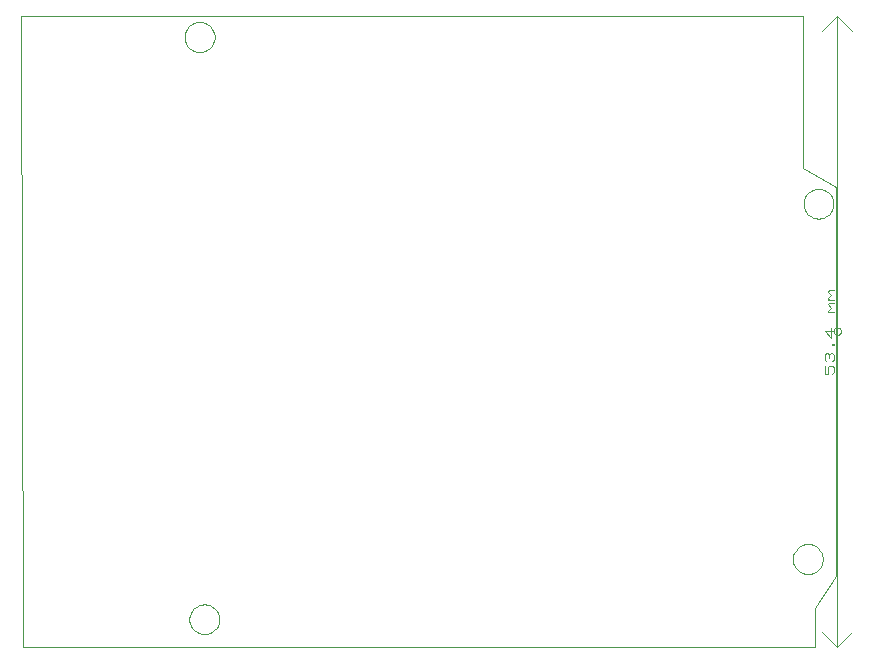
<source format=gbr>
G04 PROTEUS GERBER X2 FILE*
%TF.GenerationSoftware,Labcenter,Proteus,8.17-SP5-Build39395*%
%TF.CreationDate,2026-01-10T11:00:32+00:00*%
%TF.FileFunction,Other,Mechanical 2*%
%TF.FilePolarity,Positive*%
%TF.Part,Single*%
%TF.SameCoordinates,{bf2e7aaa-9c56-4ce5-bc4f-43878dba84a3}*%
%FSLAX45Y45*%
%MOMM*%
G01*
%TA.AperFunction,NonMaterial*%
%ADD54C,0.101600*%
%TA.AperFunction,Profile*%
%ADD51C,0.101600*%
%TD.AperFunction*%
D54*
X+2888000Y+9910000D02*
X+2887000Y+4570000D01*
X+2888000Y+9910000D02*
X+2760976Y+9783023D01*
X+2888000Y+9910000D02*
X+3014976Y+9782976D01*
X+2887000Y+4570000D02*
X+3014023Y+4696976D01*
X+2887000Y+4570000D02*
X+2760023Y+4697023D01*
X+2919250Y+7240000D02*
X+2919141Y+7242634D01*
X+2918251Y+7247903D01*
X+2916389Y+7253172D01*
X+2913346Y+7258441D01*
X+2908691Y+7263643D01*
X+2903422Y+7267469D01*
X+2898153Y+7269909D01*
X+2892884Y+7271290D01*
X+2887615Y+7271750D01*
X+2887500Y+7271750D01*
X+2855750Y+7240000D02*
X+2855859Y+7242634D01*
X+2856749Y+7247903D01*
X+2858611Y+7253172D01*
X+2861654Y+7258441D01*
X+2866309Y+7263643D01*
X+2871578Y+7267469D01*
X+2876847Y+7269909D01*
X+2882116Y+7271290D01*
X+2887385Y+7271750D01*
X+2887500Y+7271750D01*
X+2855750Y+7240000D02*
X+2855859Y+7237366D01*
X+2856749Y+7232097D01*
X+2858611Y+7226828D01*
X+2861654Y+7221559D01*
X+2866309Y+7216357D01*
X+2871578Y+7212531D01*
X+2876847Y+7210091D01*
X+2882116Y+7208710D01*
X+2887385Y+7208250D01*
X+2887500Y+7208250D01*
X+2919250Y+7240000D02*
X+2919141Y+7237366D01*
X+2918251Y+7232097D01*
X+2916389Y+7226828D01*
X+2913346Y+7221559D01*
X+2908691Y+7216357D01*
X+2903422Y+7212531D01*
X+2898153Y+7210091D01*
X+2892884Y+7208710D01*
X+2887615Y+7208250D01*
X+2887500Y+7208250D01*
X+2780308Y+6946817D02*
X+2780191Y+6880142D01*
X+2805591Y+6880098D01*
X+2805684Y+6933438D01*
X+2818408Y+6946751D01*
X+2843808Y+6946706D01*
X+2856484Y+6933349D01*
X+2856415Y+6893344D01*
X+2843691Y+6880031D01*
X+2793077Y+6986800D02*
X+2780401Y+7000157D01*
X+2780471Y+7040162D01*
X+2793194Y+7053475D01*
X+2805894Y+7053453D01*
X+2818570Y+7040096D01*
X+2831294Y+7053409D01*
X+2843994Y+7053386D01*
X+2856670Y+7040029D01*
X+2856601Y+7000024D01*
X+2843877Y+6986711D01*
X+2818524Y+7013426D02*
X+2818570Y+7040096D01*
X+2844110Y+7120061D02*
X+2844133Y+7133396D01*
X+2856833Y+7133374D01*
X+2856810Y+7120039D01*
X+2844110Y+7120061D01*
X+2831667Y+7266769D02*
X+2831527Y+7186759D01*
X+2780820Y+7240187D01*
X+2857020Y+7240054D01*
X+2857299Y+7400073D02*
X+2806499Y+7400162D01*
X+2819199Y+7400140D02*
X+2806522Y+7413497D01*
X+2831969Y+7440123D01*
X+2806615Y+7466837D01*
X+2819339Y+7480150D01*
X+2857439Y+7480083D01*
X+2857485Y+7506753D02*
X+2806685Y+7506842D01*
X+2819385Y+7506820D02*
X+2806708Y+7520177D01*
X+2832155Y+7546803D01*
X+2806801Y+7573517D01*
X+2819525Y+7586830D01*
X+2857625Y+7586763D01*
D51*
X+2700000Y+4900000D02*
X+2880000Y+5170000D01*
X+2700000Y+4570000D02*
X-4010000Y+4570000D01*
X-4020000Y+9910000D01*
X+2600000Y+9910000D01*
X+2600000Y+8620000D01*
X+2880000Y+8460000D01*
X+2880000Y+5170000D01*
X-2384640Y+9730249D02*
X-2385066Y+9740627D01*
X-2388528Y+9761385D01*
X-2395763Y+9782143D01*
X-2407557Y+9802901D01*
X-2425602Y+9823498D01*
X-2446360Y+9838972D01*
X-2467118Y+9848925D01*
X-2487876Y+9854691D01*
X-2508634Y+9856842D01*
X-2511260Y+9856869D01*
X-2637880Y+9730249D02*
X-2637454Y+9740627D01*
X-2633992Y+9761385D01*
X-2626757Y+9782143D01*
X-2614963Y+9802901D01*
X-2596918Y+9823498D01*
X-2576160Y+9838972D01*
X-2555402Y+9848925D01*
X-2534644Y+9854691D01*
X-2513886Y+9856842D01*
X-2511260Y+9856869D01*
X-2637880Y+9730249D02*
X-2637454Y+9719871D01*
X-2633992Y+9699113D01*
X-2626757Y+9678355D01*
X-2614963Y+9657597D01*
X-2596918Y+9637000D01*
X-2576160Y+9621526D01*
X-2555402Y+9611573D01*
X-2534644Y+9605807D01*
X-2513886Y+9603656D01*
X-2511260Y+9603629D01*
X-2384640Y+9730249D02*
X-2385066Y+9719871D01*
X-2388528Y+9699113D01*
X-2395763Y+9678355D01*
X-2407557Y+9657597D01*
X-2425602Y+9637000D01*
X-2446360Y+9621526D01*
X-2467118Y+9611573D01*
X-2487876Y+9605807D01*
X-2508634Y+9603656D01*
X-2511260Y+9603629D01*
X+2765360Y+5310249D02*
X+2764934Y+5320627D01*
X+2761472Y+5341385D01*
X+2754237Y+5362143D01*
X+2742443Y+5382901D01*
X+2724398Y+5403498D01*
X+2703640Y+5418972D01*
X+2682882Y+5428925D01*
X+2662124Y+5434691D01*
X+2641366Y+5436842D01*
X+2638740Y+5436869D01*
X+2512120Y+5310249D02*
X+2512546Y+5320627D01*
X+2516008Y+5341385D01*
X+2523243Y+5362143D01*
X+2535037Y+5382901D01*
X+2553082Y+5403498D01*
X+2573840Y+5418972D01*
X+2594598Y+5428925D01*
X+2615356Y+5434691D01*
X+2636114Y+5436842D01*
X+2638740Y+5436869D01*
X+2512120Y+5310249D02*
X+2512546Y+5299871D01*
X+2516008Y+5279113D01*
X+2523243Y+5258355D01*
X+2535037Y+5237597D01*
X+2553082Y+5217000D01*
X+2573840Y+5201526D01*
X+2594598Y+5191573D01*
X+2615356Y+5185807D01*
X+2636114Y+5183656D01*
X+2638740Y+5183629D01*
X+2765360Y+5310249D02*
X+2764934Y+5299871D01*
X+2761472Y+5279113D01*
X+2754237Y+5258355D01*
X+2742443Y+5237597D01*
X+2724398Y+5217000D01*
X+2703640Y+5201526D01*
X+2682882Y+5191573D01*
X+2662124Y+5185807D01*
X+2641366Y+5183656D01*
X+2638740Y+5183629D01*
X-2344640Y+4800249D02*
X-2345066Y+4810627D01*
X-2348528Y+4831385D01*
X-2355763Y+4852143D01*
X-2367557Y+4872901D01*
X-2385602Y+4893498D01*
X-2406360Y+4908972D01*
X-2427118Y+4918925D01*
X-2447876Y+4924691D01*
X-2468634Y+4926842D01*
X-2471260Y+4926869D01*
X-2597880Y+4800249D02*
X-2597454Y+4810627D01*
X-2593992Y+4831385D01*
X-2586757Y+4852143D01*
X-2574963Y+4872901D01*
X-2556918Y+4893498D01*
X-2536160Y+4908972D01*
X-2515402Y+4918925D01*
X-2494644Y+4924691D01*
X-2473886Y+4926842D01*
X-2471260Y+4926869D01*
X-2597880Y+4800249D02*
X-2597454Y+4789871D01*
X-2593992Y+4769113D01*
X-2586757Y+4748355D01*
X-2574963Y+4727597D01*
X-2556918Y+4707000D01*
X-2536160Y+4691526D01*
X-2515402Y+4681573D01*
X-2494644Y+4675807D01*
X-2473886Y+4673656D01*
X-2471260Y+4673629D01*
X-2344640Y+4800249D02*
X-2345066Y+4789871D01*
X-2348528Y+4769113D01*
X-2355763Y+4748355D01*
X-2367557Y+4727597D01*
X-2385602Y+4707000D01*
X-2406360Y+4691526D01*
X-2427118Y+4681573D01*
X-2447876Y+4675807D01*
X-2468634Y+4673656D01*
X-2471260Y+4673629D01*
X+2855396Y+8320499D02*
X+2854970Y+8330877D01*
X+2851508Y+8351635D01*
X+2844273Y+8372393D01*
X+2832479Y+8393151D01*
X+2814434Y+8413748D01*
X+2793676Y+8429222D01*
X+2772918Y+8439175D01*
X+2752160Y+8444941D01*
X+2731402Y+8447092D01*
X+2728776Y+8447119D01*
X+2602156Y+8320499D02*
X+2602582Y+8330877D01*
X+2606044Y+8351635D01*
X+2613279Y+8372393D01*
X+2625073Y+8393151D01*
X+2643118Y+8413748D01*
X+2663876Y+8429222D01*
X+2684634Y+8439175D01*
X+2705392Y+8444941D01*
X+2726150Y+8447092D01*
X+2728776Y+8447119D01*
X+2602156Y+8320499D02*
X+2602582Y+8310121D01*
X+2606044Y+8289363D01*
X+2613279Y+8268605D01*
X+2625073Y+8247847D01*
X+2643118Y+8227250D01*
X+2663876Y+8211776D01*
X+2684634Y+8201823D01*
X+2705392Y+8196057D01*
X+2726150Y+8193906D01*
X+2728776Y+8193879D01*
X+2855396Y+8320499D02*
X+2854970Y+8310121D01*
X+2851508Y+8289363D01*
X+2844273Y+8268605D01*
X+2832479Y+8247847D01*
X+2814434Y+8227250D01*
X+2793676Y+8211776D01*
X+2772918Y+8201823D01*
X+2752160Y+8196057D01*
X+2731402Y+8193906D01*
X+2728776Y+8193879D01*
X+2700000Y+4900000D02*
X+2700000Y+4570000D01*
M02*

</source>
